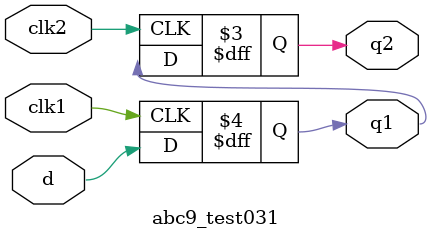
<source format=v>
module abc9_test031(input clk1, clk2, d, output reg q1, q2);
always @(posedge clk1) q1 <= d;
always @(negedge clk2) q2 <= q1;
endmodule
</source>
